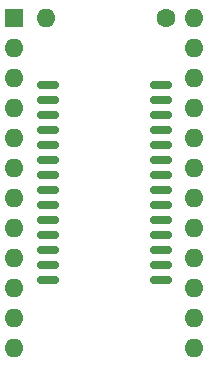
<source format=gts>
G04 #@! TF.GenerationSoftware,KiCad,Pcbnew,7.0.9*
G04 #@! TF.CreationDate,2024-03-25T17:03:32-07:00*
G04 #@! TF.ProjectId,sop28-to-dip-24-rom-adapter,736f7032-382d-4746-9f2d-6469702d3234,rev?*
G04 #@! TF.SameCoordinates,Original*
G04 #@! TF.FileFunction,Soldermask,Top*
G04 #@! TF.FilePolarity,Negative*
%FSLAX46Y46*%
G04 Gerber Fmt 4.6, Leading zero omitted, Abs format (unit mm)*
G04 Created by KiCad (PCBNEW 7.0.9) date 2024-03-25 17:03:32*
%MOMM*%
%LPD*%
G01*
G04 APERTURE LIST*
G04 Aperture macros list*
%AMRoundRect*
0 Rectangle with rounded corners*
0 $1 Rounding radius*
0 $2 $3 $4 $5 $6 $7 $8 $9 X,Y pos of 4 corners*
0 Add a 4 corners polygon primitive as box body*
4,1,4,$2,$3,$4,$5,$6,$7,$8,$9,$2,$3,0*
0 Add four circle primitives for the rounded corners*
1,1,$1+$1,$2,$3*
1,1,$1+$1,$4,$5*
1,1,$1+$1,$6,$7*
1,1,$1+$1,$8,$9*
0 Add four rect primitives between the rounded corners*
20,1,$1+$1,$2,$3,$4,$5,0*
20,1,$1+$1,$4,$5,$6,$7,0*
20,1,$1+$1,$6,$7,$8,$9,0*
20,1,$1+$1,$8,$9,$2,$3,0*%
G04 Aperture macros list end*
%ADD10C,1.600000*%
%ADD11O,1.600000X1.600000*%
%ADD12RoundRect,0.150000X-0.750000X-0.150000X0.750000X-0.150000X0.750000X0.150000X-0.750000X0.150000X0*%
%ADD13R,1.600000X1.600000*%
G04 APERTURE END LIST*
D10*
X139700000Y-81280000D03*
D11*
X129540000Y-81280000D03*
D12*
X139265000Y-87000000D03*
X139265000Y-88270000D03*
X139265000Y-89540000D03*
X139265000Y-90810000D03*
X139265000Y-92080000D03*
X139265000Y-93350000D03*
X139265000Y-94620000D03*
X139265000Y-95890000D03*
X139265000Y-97160000D03*
X139265000Y-98430000D03*
X139265000Y-99700000D03*
X139265000Y-100970000D03*
X139265000Y-102240000D03*
X139265000Y-103510000D03*
X129665000Y-103510000D03*
X129665000Y-102240000D03*
X129665000Y-100970000D03*
X129665000Y-99700000D03*
X129665000Y-98430000D03*
X129665000Y-97160000D03*
X129665000Y-95890000D03*
X129665000Y-94620000D03*
X129665000Y-93350000D03*
X129665000Y-92080000D03*
X129665000Y-90810000D03*
X129665000Y-89540000D03*
X129665000Y-88270000D03*
X129665000Y-87000000D03*
D13*
X126840000Y-81280000D03*
D11*
X126840000Y-83820000D03*
X126840000Y-86360000D03*
X126840000Y-88900000D03*
X126840000Y-91440000D03*
X126840000Y-93980000D03*
X126840000Y-96520000D03*
X126840000Y-99060000D03*
X126840000Y-101600000D03*
X126840000Y-104140000D03*
X126840000Y-106680000D03*
X126840000Y-109220000D03*
X142080000Y-109220000D03*
X142080000Y-106680000D03*
X142080000Y-104140000D03*
X142080000Y-101600000D03*
X142080000Y-99060000D03*
X142080000Y-96520000D03*
X142080000Y-93980000D03*
X142080000Y-91440000D03*
X142080000Y-88900000D03*
X142080000Y-86360000D03*
X142080000Y-83820000D03*
X142080000Y-81280000D03*
M02*

</source>
